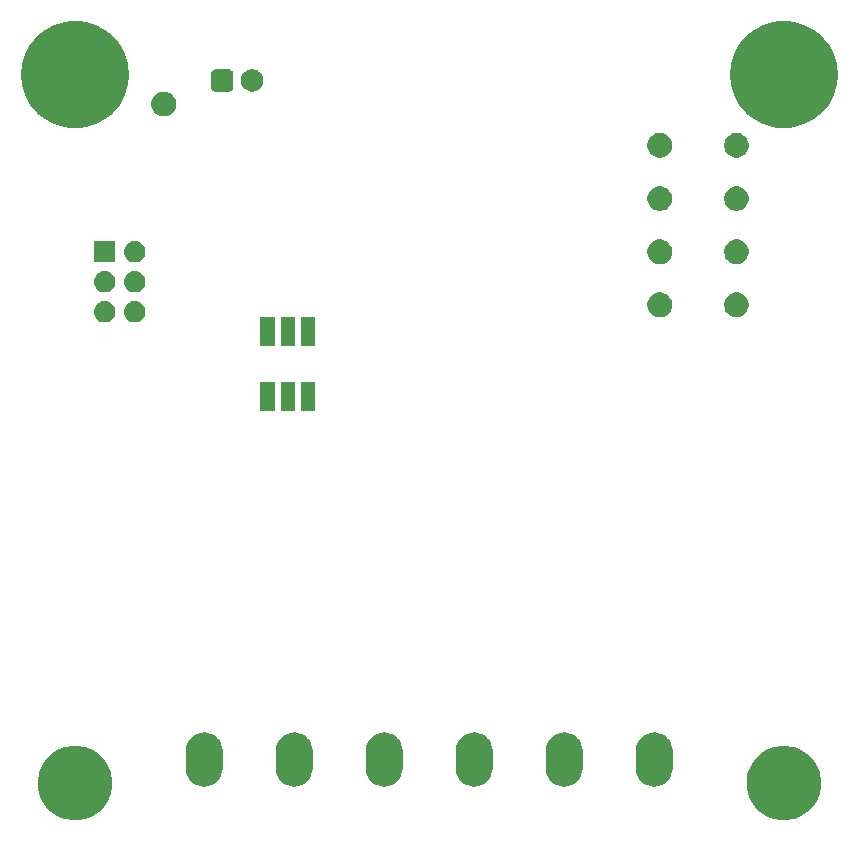
<source format=gbr>
%TF.GenerationSoftware,KiCad,Pcbnew,(5.1.0-rc1)*%
%TF.CreationDate,2020-07-29T19:39:05+03:00*%
%TF.ProjectId,home_pwm,686f6d65-5f70-4776-9d2e-6b696361645f,rev?*%
%TF.SameCoordinates,Original*%
%TF.FileFunction,Soldermask,Top*%
%TF.FilePolarity,Negative*%
%FSLAX46Y46*%
G04 Gerber Fmt 4.6, Leading zero omitted, Abs format (unit mm)*
G04 Created by KiCad (PCBNEW (5.1.0-rc1)) date 2020-07-29 19:39:05*
%MOMM*%
%LPD*%
G04 APERTURE LIST*
%ADD10C,0.100000*%
G04 APERTURE END LIST*
D10*
G36*
X130716191Y-139429727D02*
G01*
X130919113Y-139470091D01*
X131492558Y-139707620D01*
X132008645Y-140052459D01*
X132447541Y-140491355D01*
X132792381Y-141007444D01*
X133029909Y-141580888D01*
X133082726Y-141846414D01*
X133151000Y-142189654D01*
X133151000Y-142810346D01*
X133029909Y-143419113D01*
X132792380Y-143992558D01*
X132447541Y-144508645D01*
X132008645Y-144947541D01*
X131492558Y-145292380D01*
X130919113Y-145529909D01*
X130716191Y-145570273D01*
X130310348Y-145651000D01*
X129689652Y-145651000D01*
X129283809Y-145570273D01*
X129080887Y-145529909D01*
X128507442Y-145292380D01*
X127991355Y-144947541D01*
X127552459Y-144508645D01*
X127207620Y-143992558D01*
X126970091Y-143419113D01*
X126849000Y-142810346D01*
X126849000Y-142189654D01*
X126917275Y-141846414D01*
X126970091Y-141580888D01*
X127207619Y-141007444D01*
X127552459Y-140491355D01*
X127991355Y-140052459D01*
X128507442Y-139707620D01*
X129080887Y-139470091D01*
X129283809Y-139429727D01*
X129689652Y-139349000D01*
X130310348Y-139349000D01*
X130716191Y-139429727D01*
X130716191Y-139429727D01*
G37*
G36*
X70716191Y-139429727D02*
G01*
X70919113Y-139470091D01*
X71492558Y-139707620D01*
X72008645Y-140052459D01*
X72447541Y-140491355D01*
X72792381Y-141007444D01*
X73029909Y-141580888D01*
X73082726Y-141846414D01*
X73151000Y-142189654D01*
X73151000Y-142810346D01*
X73029909Y-143419113D01*
X72792380Y-143992558D01*
X72447541Y-144508645D01*
X72008645Y-144947541D01*
X71492558Y-145292380D01*
X70919113Y-145529909D01*
X70716191Y-145570273D01*
X70310348Y-145651000D01*
X69689652Y-145651000D01*
X69283809Y-145570273D01*
X69080887Y-145529909D01*
X68507442Y-145292380D01*
X67991355Y-144947541D01*
X67552459Y-144508645D01*
X67207620Y-143992558D01*
X66970091Y-143419113D01*
X66849000Y-142810346D01*
X66849000Y-142189654D01*
X66917275Y-141846414D01*
X66970091Y-141580888D01*
X67207619Y-141007444D01*
X67552459Y-140491355D01*
X67991355Y-140052459D01*
X68507442Y-139707620D01*
X69080887Y-139470091D01*
X69283809Y-139429727D01*
X69689652Y-139349000D01*
X70310348Y-139349000D01*
X70716191Y-139429727D01*
X70716191Y-139429727D01*
G37*
G36*
X81254048Y-138221442D02*
G01*
X81546413Y-138310130D01*
X81546415Y-138310131D01*
X81815856Y-138454150D01*
X81815858Y-138454151D01*
X81815857Y-138454151D01*
X82052029Y-138647971D01*
X82139395Y-138754426D01*
X82245850Y-138884142D01*
X82389869Y-139153584D01*
X82389870Y-139153586D01*
X82478558Y-139445951D01*
X82501000Y-139673810D01*
X82501000Y-141326190D01*
X82478558Y-141554049D01*
X82470416Y-141580888D01*
X82389869Y-141846416D01*
X82245850Y-142115858D01*
X82052029Y-142352029D01*
X81815858Y-142545850D01*
X81546416Y-142689869D01*
X81546414Y-142689870D01*
X81254049Y-142778558D01*
X80950000Y-142808504D01*
X80645952Y-142778558D01*
X80353587Y-142689870D01*
X80353585Y-142689869D01*
X80084143Y-142545850D01*
X79847972Y-142352029D01*
X79654151Y-142115858D01*
X79510132Y-141846416D01*
X79429584Y-141580888D01*
X79421442Y-141554049D01*
X79399000Y-141326190D01*
X79399000Y-139673811D01*
X79421442Y-139445952D01*
X79510130Y-139153587D01*
X79654151Y-138884143D01*
X79847971Y-138647971D01*
X79954426Y-138560605D01*
X80084142Y-138454150D01*
X80353584Y-138310131D01*
X80353586Y-138310130D01*
X80645951Y-138221442D01*
X80950000Y-138191496D01*
X81254048Y-138221442D01*
X81254048Y-138221442D01*
G37*
G36*
X88874048Y-138221442D02*
G01*
X89166413Y-138310130D01*
X89166415Y-138310131D01*
X89435856Y-138454150D01*
X89435858Y-138454151D01*
X89435857Y-138454151D01*
X89672029Y-138647971D01*
X89759395Y-138754426D01*
X89865850Y-138884142D01*
X90009869Y-139153584D01*
X90009870Y-139153586D01*
X90098558Y-139445951D01*
X90121000Y-139673810D01*
X90121000Y-141326190D01*
X90098558Y-141554049D01*
X90090416Y-141580888D01*
X90009869Y-141846416D01*
X89865850Y-142115858D01*
X89672029Y-142352029D01*
X89435858Y-142545850D01*
X89166416Y-142689869D01*
X89166414Y-142689870D01*
X88874049Y-142778558D01*
X88570000Y-142808504D01*
X88265952Y-142778558D01*
X87973587Y-142689870D01*
X87973585Y-142689869D01*
X87704143Y-142545850D01*
X87467972Y-142352029D01*
X87274151Y-142115858D01*
X87130132Y-141846416D01*
X87049584Y-141580888D01*
X87041442Y-141554049D01*
X87019000Y-141326190D01*
X87019000Y-139673811D01*
X87041442Y-139445952D01*
X87130130Y-139153587D01*
X87274151Y-138884143D01*
X87467971Y-138647971D01*
X87574426Y-138560605D01*
X87704142Y-138454150D01*
X87973584Y-138310131D01*
X87973586Y-138310130D01*
X88265951Y-138221442D01*
X88570000Y-138191496D01*
X88874048Y-138221442D01*
X88874048Y-138221442D01*
G37*
G36*
X96494048Y-138221442D02*
G01*
X96786413Y-138310130D01*
X96786415Y-138310131D01*
X97055856Y-138454150D01*
X97055858Y-138454151D01*
X97055857Y-138454151D01*
X97292029Y-138647971D01*
X97379395Y-138754426D01*
X97485850Y-138884142D01*
X97629869Y-139153584D01*
X97629870Y-139153586D01*
X97718558Y-139445951D01*
X97741000Y-139673810D01*
X97741000Y-141326190D01*
X97718558Y-141554049D01*
X97710416Y-141580888D01*
X97629869Y-141846416D01*
X97485850Y-142115858D01*
X97292029Y-142352029D01*
X97055858Y-142545850D01*
X96786416Y-142689869D01*
X96786414Y-142689870D01*
X96494049Y-142778558D01*
X96190000Y-142808504D01*
X95885952Y-142778558D01*
X95593587Y-142689870D01*
X95593585Y-142689869D01*
X95324143Y-142545850D01*
X95087972Y-142352029D01*
X94894151Y-142115858D01*
X94750132Y-141846416D01*
X94669584Y-141580888D01*
X94661442Y-141554049D01*
X94639000Y-141326190D01*
X94639000Y-139673811D01*
X94661442Y-139445952D01*
X94750130Y-139153587D01*
X94894151Y-138884143D01*
X95087971Y-138647971D01*
X95194426Y-138560605D01*
X95324142Y-138454150D01*
X95593584Y-138310131D01*
X95593586Y-138310130D01*
X95885951Y-138221442D01*
X96190000Y-138191496D01*
X96494048Y-138221442D01*
X96494048Y-138221442D01*
G37*
G36*
X104114048Y-138221442D02*
G01*
X104406413Y-138310130D01*
X104406415Y-138310131D01*
X104675856Y-138454150D01*
X104675858Y-138454151D01*
X104675857Y-138454151D01*
X104912029Y-138647971D01*
X104999395Y-138754426D01*
X105105850Y-138884142D01*
X105249869Y-139153584D01*
X105249870Y-139153586D01*
X105338558Y-139445951D01*
X105361000Y-139673810D01*
X105361000Y-141326190D01*
X105338558Y-141554049D01*
X105330416Y-141580888D01*
X105249869Y-141846416D01*
X105105850Y-142115858D01*
X104912029Y-142352029D01*
X104675858Y-142545850D01*
X104406416Y-142689869D01*
X104406414Y-142689870D01*
X104114049Y-142778558D01*
X103810000Y-142808504D01*
X103505952Y-142778558D01*
X103213587Y-142689870D01*
X103213585Y-142689869D01*
X102944143Y-142545850D01*
X102707972Y-142352029D01*
X102514151Y-142115858D01*
X102370132Y-141846416D01*
X102289584Y-141580888D01*
X102281442Y-141554049D01*
X102259000Y-141326190D01*
X102259000Y-139673811D01*
X102281442Y-139445952D01*
X102370130Y-139153587D01*
X102514151Y-138884143D01*
X102707971Y-138647971D01*
X102814426Y-138560605D01*
X102944142Y-138454150D01*
X103213584Y-138310131D01*
X103213586Y-138310130D01*
X103505951Y-138221442D01*
X103810000Y-138191496D01*
X104114048Y-138221442D01*
X104114048Y-138221442D01*
G37*
G36*
X111734048Y-138221442D02*
G01*
X112026413Y-138310130D01*
X112026415Y-138310131D01*
X112295856Y-138454150D01*
X112295858Y-138454151D01*
X112295857Y-138454151D01*
X112532029Y-138647971D01*
X112619395Y-138754426D01*
X112725850Y-138884142D01*
X112869869Y-139153584D01*
X112869870Y-139153586D01*
X112958558Y-139445951D01*
X112981000Y-139673810D01*
X112981000Y-141326190D01*
X112958558Y-141554049D01*
X112950416Y-141580888D01*
X112869869Y-141846416D01*
X112725850Y-142115858D01*
X112532029Y-142352029D01*
X112295858Y-142545850D01*
X112026416Y-142689869D01*
X112026414Y-142689870D01*
X111734049Y-142778558D01*
X111430000Y-142808504D01*
X111125952Y-142778558D01*
X110833587Y-142689870D01*
X110833585Y-142689869D01*
X110564143Y-142545850D01*
X110327972Y-142352029D01*
X110134151Y-142115858D01*
X109990132Y-141846416D01*
X109909584Y-141580888D01*
X109901442Y-141554049D01*
X109879000Y-141326190D01*
X109879000Y-139673811D01*
X109901442Y-139445952D01*
X109990130Y-139153587D01*
X110134151Y-138884143D01*
X110327971Y-138647971D01*
X110434426Y-138560605D01*
X110564142Y-138454150D01*
X110833584Y-138310131D01*
X110833586Y-138310130D01*
X111125951Y-138221442D01*
X111430000Y-138191496D01*
X111734048Y-138221442D01*
X111734048Y-138221442D01*
G37*
G36*
X119354048Y-138221442D02*
G01*
X119646413Y-138310130D01*
X119646415Y-138310131D01*
X119915856Y-138454150D01*
X119915858Y-138454151D01*
X119915857Y-138454151D01*
X120152029Y-138647971D01*
X120239395Y-138754426D01*
X120345850Y-138884142D01*
X120489869Y-139153584D01*
X120489870Y-139153586D01*
X120578558Y-139445951D01*
X120601000Y-139673810D01*
X120601000Y-141326190D01*
X120578558Y-141554049D01*
X120570416Y-141580888D01*
X120489869Y-141846416D01*
X120345850Y-142115858D01*
X120152029Y-142352029D01*
X119915858Y-142545850D01*
X119646416Y-142689869D01*
X119646414Y-142689870D01*
X119354049Y-142778558D01*
X119050000Y-142808504D01*
X118745952Y-142778558D01*
X118453587Y-142689870D01*
X118453585Y-142689869D01*
X118184143Y-142545850D01*
X117947972Y-142352029D01*
X117754151Y-142115858D01*
X117610132Y-141846416D01*
X117529584Y-141580888D01*
X117521442Y-141554049D01*
X117499000Y-141326190D01*
X117499000Y-139673811D01*
X117521442Y-139445952D01*
X117610130Y-139153587D01*
X117754151Y-138884143D01*
X117947971Y-138647971D01*
X118054426Y-138560605D01*
X118184142Y-138454150D01*
X118453584Y-138310131D01*
X118453586Y-138310130D01*
X118745951Y-138221442D01*
X119050000Y-138191496D01*
X119354048Y-138221442D01*
X119354048Y-138221442D01*
G37*
G36*
X86901000Y-110951000D02*
G01*
X85699000Y-110951000D01*
X85699000Y-108549000D01*
X86901000Y-108549000D01*
X86901000Y-110951000D01*
X86901000Y-110951000D01*
G37*
G36*
X88601000Y-110951000D02*
G01*
X87399000Y-110951000D01*
X87399000Y-108549000D01*
X88601000Y-108549000D01*
X88601000Y-110951000D01*
X88601000Y-110951000D01*
G37*
G36*
X90301000Y-110951000D02*
G01*
X89099000Y-110951000D01*
X89099000Y-108549000D01*
X90301000Y-108549000D01*
X90301000Y-110951000D01*
X90301000Y-110951000D01*
G37*
G36*
X90301000Y-105451000D02*
G01*
X89099000Y-105451000D01*
X89099000Y-103049000D01*
X90301000Y-103049000D01*
X90301000Y-105451000D01*
X90301000Y-105451000D01*
G37*
G36*
X88601000Y-105451000D02*
G01*
X87399000Y-105451000D01*
X87399000Y-103049000D01*
X88601000Y-103049000D01*
X88601000Y-105451000D01*
X88601000Y-105451000D01*
G37*
G36*
X86901000Y-105451000D02*
G01*
X85699000Y-105451000D01*
X85699000Y-103049000D01*
X86901000Y-103049000D01*
X86901000Y-105451000D01*
X86901000Y-105451000D01*
G37*
G36*
X75219294Y-101678633D02*
G01*
X75391695Y-101730931D01*
X75550583Y-101815858D01*
X75689849Y-101930151D01*
X75804142Y-102069417D01*
X75889069Y-102228305D01*
X75941367Y-102400706D01*
X75959025Y-102580000D01*
X75941367Y-102759294D01*
X75889069Y-102931695D01*
X75804142Y-103090583D01*
X75689849Y-103229849D01*
X75550583Y-103344142D01*
X75391695Y-103429069D01*
X75219294Y-103481367D01*
X75084931Y-103494600D01*
X74995069Y-103494600D01*
X74860706Y-103481367D01*
X74688305Y-103429069D01*
X74529417Y-103344142D01*
X74390151Y-103229849D01*
X74275858Y-103090583D01*
X74190931Y-102931695D01*
X74138633Y-102759294D01*
X74120975Y-102580000D01*
X74138633Y-102400706D01*
X74190931Y-102228305D01*
X74275858Y-102069417D01*
X74390151Y-101930151D01*
X74529417Y-101815858D01*
X74688305Y-101730931D01*
X74860706Y-101678633D01*
X74995069Y-101665400D01*
X75084931Y-101665400D01*
X75219294Y-101678633D01*
X75219294Y-101678633D01*
G37*
G36*
X72679294Y-101678633D02*
G01*
X72851695Y-101730931D01*
X73010583Y-101815858D01*
X73149849Y-101930151D01*
X73264142Y-102069417D01*
X73349069Y-102228305D01*
X73401367Y-102400706D01*
X73419025Y-102580000D01*
X73401367Y-102759294D01*
X73349069Y-102931695D01*
X73264142Y-103090583D01*
X73149849Y-103229849D01*
X73010583Y-103344142D01*
X72851695Y-103429069D01*
X72679294Y-103481367D01*
X72544931Y-103494600D01*
X72455069Y-103494600D01*
X72320706Y-103481367D01*
X72148305Y-103429069D01*
X71989417Y-103344142D01*
X71850151Y-103229849D01*
X71735858Y-103090583D01*
X71650931Y-102931695D01*
X71598633Y-102759294D01*
X71580975Y-102580000D01*
X71598633Y-102400706D01*
X71650931Y-102228305D01*
X71735858Y-102069417D01*
X71850151Y-101930151D01*
X71989417Y-101815858D01*
X72148305Y-101730931D01*
X72320706Y-101678633D01*
X72455069Y-101665400D01*
X72544931Y-101665400D01*
X72679294Y-101678633D01*
X72679294Y-101678633D01*
G37*
G36*
X119806564Y-100989389D02*
G01*
X119997833Y-101068615D01*
X119997835Y-101068616D01*
X120169973Y-101183635D01*
X120316365Y-101330027D01*
X120431385Y-101502167D01*
X120510611Y-101693436D01*
X120551000Y-101896484D01*
X120551000Y-102103516D01*
X120510611Y-102306564D01*
X120431385Y-102497833D01*
X120431384Y-102497835D01*
X120316365Y-102669973D01*
X120169973Y-102816365D01*
X119997835Y-102931384D01*
X119997834Y-102931385D01*
X119997833Y-102931385D01*
X119806564Y-103010611D01*
X119603516Y-103051000D01*
X119396484Y-103051000D01*
X119193436Y-103010611D01*
X119002167Y-102931385D01*
X119002166Y-102931385D01*
X119002165Y-102931384D01*
X118830027Y-102816365D01*
X118683635Y-102669973D01*
X118568616Y-102497835D01*
X118568615Y-102497833D01*
X118489389Y-102306564D01*
X118449000Y-102103516D01*
X118449000Y-101896484D01*
X118489389Y-101693436D01*
X118568615Y-101502167D01*
X118683635Y-101330027D01*
X118830027Y-101183635D01*
X119002165Y-101068616D01*
X119002167Y-101068615D01*
X119193436Y-100989389D01*
X119396484Y-100949000D01*
X119603516Y-100949000D01*
X119806564Y-100989389D01*
X119806564Y-100989389D01*
G37*
G36*
X126306564Y-100989389D02*
G01*
X126497833Y-101068615D01*
X126497835Y-101068616D01*
X126669973Y-101183635D01*
X126816365Y-101330027D01*
X126931385Y-101502167D01*
X127010611Y-101693436D01*
X127051000Y-101896484D01*
X127051000Y-102103516D01*
X127010611Y-102306564D01*
X126931385Y-102497833D01*
X126931384Y-102497835D01*
X126816365Y-102669973D01*
X126669973Y-102816365D01*
X126497835Y-102931384D01*
X126497834Y-102931385D01*
X126497833Y-102931385D01*
X126306564Y-103010611D01*
X126103516Y-103051000D01*
X125896484Y-103051000D01*
X125693436Y-103010611D01*
X125502167Y-102931385D01*
X125502166Y-102931385D01*
X125502165Y-102931384D01*
X125330027Y-102816365D01*
X125183635Y-102669973D01*
X125068616Y-102497835D01*
X125068615Y-102497833D01*
X124989389Y-102306564D01*
X124949000Y-102103516D01*
X124949000Y-101896484D01*
X124989389Y-101693436D01*
X125068615Y-101502167D01*
X125183635Y-101330027D01*
X125330027Y-101183635D01*
X125502165Y-101068616D01*
X125502167Y-101068615D01*
X125693436Y-100989389D01*
X125896484Y-100949000D01*
X126103516Y-100949000D01*
X126306564Y-100989389D01*
X126306564Y-100989389D01*
G37*
G36*
X72679294Y-99138633D02*
G01*
X72851695Y-99190931D01*
X73010583Y-99275858D01*
X73149849Y-99390151D01*
X73264142Y-99529417D01*
X73349069Y-99688305D01*
X73401367Y-99860706D01*
X73419025Y-100040000D01*
X73401367Y-100219294D01*
X73349069Y-100391695D01*
X73264142Y-100550583D01*
X73149849Y-100689849D01*
X73010583Y-100804142D01*
X72851695Y-100889069D01*
X72679294Y-100941367D01*
X72544931Y-100954600D01*
X72455069Y-100954600D01*
X72320706Y-100941367D01*
X72148305Y-100889069D01*
X71989417Y-100804142D01*
X71850151Y-100689849D01*
X71735858Y-100550583D01*
X71650931Y-100391695D01*
X71598633Y-100219294D01*
X71580975Y-100040000D01*
X71598633Y-99860706D01*
X71650931Y-99688305D01*
X71735858Y-99529417D01*
X71850151Y-99390151D01*
X71989417Y-99275858D01*
X72148305Y-99190931D01*
X72320706Y-99138633D01*
X72455069Y-99125400D01*
X72544931Y-99125400D01*
X72679294Y-99138633D01*
X72679294Y-99138633D01*
G37*
G36*
X75219294Y-99138633D02*
G01*
X75391695Y-99190931D01*
X75550583Y-99275858D01*
X75689849Y-99390151D01*
X75804142Y-99529417D01*
X75889069Y-99688305D01*
X75941367Y-99860706D01*
X75959025Y-100040000D01*
X75941367Y-100219294D01*
X75889069Y-100391695D01*
X75804142Y-100550583D01*
X75689849Y-100689849D01*
X75550583Y-100804142D01*
X75391695Y-100889069D01*
X75219294Y-100941367D01*
X75084931Y-100954600D01*
X74995069Y-100954600D01*
X74860706Y-100941367D01*
X74688305Y-100889069D01*
X74529417Y-100804142D01*
X74390151Y-100689849D01*
X74275858Y-100550583D01*
X74190931Y-100391695D01*
X74138633Y-100219294D01*
X74120975Y-100040000D01*
X74138633Y-99860706D01*
X74190931Y-99688305D01*
X74275858Y-99529417D01*
X74390151Y-99390151D01*
X74529417Y-99275858D01*
X74688305Y-99190931D01*
X74860706Y-99138633D01*
X74995069Y-99125400D01*
X75084931Y-99125400D01*
X75219294Y-99138633D01*
X75219294Y-99138633D01*
G37*
G36*
X126306564Y-96489389D02*
G01*
X126497833Y-96568615D01*
X126497835Y-96568616D01*
X126669973Y-96683635D01*
X126816365Y-96830027D01*
X126931385Y-97002167D01*
X127010611Y-97193436D01*
X127051000Y-97396484D01*
X127051000Y-97603516D01*
X127010611Y-97806564D01*
X126931385Y-97997833D01*
X126931384Y-97997835D01*
X126816365Y-98169973D01*
X126669973Y-98316365D01*
X126497835Y-98431384D01*
X126497834Y-98431385D01*
X126497833Y-98431385D01*
X126306564Y-98510611D01*
X126103516Y-98551000D01*
X125896484Y-98551000D01*
X125693436Y-98510611D01*
X125502167Y-98431385D01*
X125502166Y-98431385D01*
X125502165Y-98431384D01*
X125330027Y-98316365D01*
X125183635Y-98169973D01*
X125068616Y-97997835D01*
X125068615Y-97997833D01*
X124989389Y-97806564D01*
X124949000Y-97603516D01*
X124949000Y-97396484D01*
X124989389Y-97193436D01*
X125068615Y-97002167D01*
X125183635Y-96830027D01*
X125330027Y-96683635D01*
X125502165Y-96568616D01*
X125502167Y-96568615D01*
X125693436Y-96489389D01*
X125896484Y-96449000D01*
X126103516Y-96449000D01*
X126306564Y-96489389D01*
X126306564Y-96489389D01*
G37*
G36*
X119806564Y-96489389D02*
G01*
X119997833Y-96568615D01*
X119997835Y-96568616D01*
X120169973Y-96683635D01*
X120316365Y-96830027D01*
X120431385Y-97002167D01*
X120510611Y-97193436D01*
X120551000Y-97396484D01*
X120551000Y-97603516D01*
X120510611Y-97806564D01*
X120431385Y-97997833D01*
X120431384Y-97997835D01*
X120316365Y-98169973D01*
X120169973Y-98316365D01*
X119997835Y-98431384D01*
X119997834Y-98431385D01*
X119997833Y-98431385D01*
X119806564Y-98510611D01*
X119603516Y-98551000D01*
X119396484Y-98551000D01*
X119193436Y-98510611D01*
X119002167Y-98431385D01*
X119002166Y-98431385D01*
X119002165Y-98431384D01*
X118830027Y-98316365D01*
X118683635Y-98169973D01*
X118568616Y-97997835D01*
X118568615Y-97997833D01*
X118489389Y-97806564D01*
X118449000Y-97603516D01*
X118449000Y-97396484D01*
X118489389Y-97193436D01*
X118568615Y-97002167D01*
X118683635Y-96830027D01*
X118830027Y-96683635D01*
X119002165Y-96568616D01*
X119002167Y-96568615D01*
X119193436Y-96489389D01*
X119396484Y-96449000D01*
X119603516Y-96449000D01*
X119806564Y-96489389D01*
X119806564Y-96489389D01*
G37*
G36*
X75219294Y-96598633D02*
G01*
X75391695Y-96650931D01*
X75550583Y-96735858D01*
X75689849Y-96850151D01*
X75804142Y-96989417D01*
X75889069Y-97148305D01*
X75941367Y-97320706D01*
X75959025Y-97500000D01*
X75941367Y-97679294D01*
X75889069Y-97851695D01*
X75804142Y-98010583D01*
X75689849Y-98149849D01*
X75550583Y-98264142D01*
X75391695Y-98349069D01*
X75219294Y-98401367D01*
X75084931Y-98414600D01*
X74995069Y-98414600D01*
X74860706Y-98401367D01*
X74688305Y-98349069D01*
X74529417Y-98264142D01*
X74390151Y-98149849D01*
X74275858Y-98010583D01*
X74190931Y-97851695D01*
X74138633Y-97679294D01*
X74120975Y-97500000D01*
X74138633Y-97320706D01*
X74190931Y-97148305D01*
X74275858Y-96989417D01*
X74390151Y-96850151D01*
X74529417Y-96735858D01*
X74688305Y-96650931D01*
X74860706Y-96598633D01*
X74995069Y-96585400D01*
X75084931Y-96585400D01*
X75219294Y-96598633D01*
X75219294Y-96598633D01*
G37*
G36*
X73414600Y-98414600D02*
G01*
X71585400Y-98414600D01*
X71585400Y-96585400D01*
X73414600Y-96585400D01*
X73414600Y-98414600D01*
X73414600Y-98414600D01*
G37*
G36*
X126306564Y-91989389D02*
G01*
X126497833Y-92068615D01*
X126497835Y-92068616D01*
X126669973Y-92183635D01*
X126816365Y-92330027D01*
X126931385Y-92502167D01*
X127010611Y-92693436D01*
X127051000Y-92896484D01*
X127051000Y-93103516D01*
X127010611Y-93306564D01*
X126931385Y-93497833D01*
X126931384Y-93497835D01*
X126816365Y-93669973D01*
X126669973Y-93816365D01*
X126497835Y-93931384D01*
X126497834Y-93931385D01*
X126497833Y-93931385D01*
X126306564Y-94010611D01*
X126103516Y-94051000D01*
X125896484Y-94051000D01*
X125693436Y-94010611D01*
X125502167Y-93931385D01*
X125502166Y-93931385D01*
X125502165Y-93931384D01*
X125330027Y-93816365D01*
X125183635Y-93669973D01*
X125068616Y-93497835D01*
X125068615Y-93497833D01*
X124989389Y-93306564D01*
X124949000Y-93103516D01*
X124949000Y-92896484D01*
X124989389Y-92693436D01*
X125068615Y-92502167D01*
X125183635Y-92330027D01*
X125330027Y-92183635D01*
X125502165Y-92068616D01*
X125502167Y-92068615D01*
X125693436Y-91989389D01*
X125896484Y-91949000D01*
X126103516Y-91949000D01*
X126306564Y-91989389D01*
X126306564Y-91989389D01*
G37*
G36*
X119806564Y-91989389D02*
G01*
X119997833Y-92068615D01*
X119997835Y-92068616D01*
X120169973Y-92183635D01*
X120316365Y-92330027D01*
X120431385Y-92502167D01*
X120510611Y-92693436D01*
X120551000Y-92896484D01*
X120551000Y-93103516D01*
X120510611Y-93306564D01*
X120431385Y-93497833D01*
X120431384Y-93497835D01*
X120316365Y-93669973D01*
X120169973Y-93816365D01*
X119997835Y-93931384D01*
X119997834Y-93931385D01*
X119997833Y-93931385D01*
X119806564Y-94010611D01*
X119603516Y-94051000D01*
X119396484Y-94051000D01*
X119193436Y-94010611D01*
X119002167Y-93931385D01*
X119002166Y-93931385D01*
X119002165Y-93931384D01*
X118830027Y-93816365D01*
X118683635Y-93669973D01*
X118568616Y-93497835D01*
X118568615Y-93497833D01*
X118489389Y-93306564D01*
X118449000Y-93103516D01*
X118449000Y-92896484D01*
X118489389Y-92693436D01*
X118568615Y-92502167D01*
X118683635Y-92330027D01*
X118830027Y-92183635D01*
X119002165Y-92068616D01*
X119002167Y-92068615D01*
X119193436Y-91989389D01*
X119396484Y-91949000D01*
X119603516Y-91949000D01*
X119806564Y-91989389D01*
X119806564Y-91989389D01*
G37*
G36*
X126306564Y-87489389D02*
G01*
X126497833Y-87568615D01*
X126497835Y-87568616D01*
X126669973Y-87683635D01*
X126816365Y-87830027D01*
X126931385Y-88002167D01*
X127010611Y-88193436D01*
X127051000Y-88396484D01*
X127051000Y-88603516D01*
X127010611Y-88806564D01*
X126931385Y-88997833D01*
X126931384Y-88997835D01*
X126816365Y-89169973D01*
X126669973Y-89316365D01*
X126497835Y-89431384D01*
X126497834Y-89431385D01*
X126497833Y-89431385D01*
X126306564Y-89510611D01*
X126103516Y-89551000D01*
X125896484Y-89551000D01*
X125693436Y-89510611D01*
X125502167Y-89431385D01*
X125502166Y-89431385D01*
X125502165Y-89431384D01*
X125330027Y-89316365D01*
X125183635Y-89169973D01*
X125068616Y-88997835D01*
X125068615Y-88997833D01*
X124989389Y-88806564D01*
X124949000Y-88603516D01*
X124949000Y-88396484D01*
X124989389Y-88193436D01*
X125068615Y-88002167D01*
X125183635Y-87830027D01*
X125330027Y-87683635D01*
X125502165Y-87568616D01*
X125502167Y-87568615D01*
X125693436Y-87489389D01*
X125896484Y-87449000D01*
X126103516Y-87449000D01*
X126306564Y-87489389D01*
X126306564Y-87489389D01*
G37*
G36*
X119806564Y-87489389D02*
G01*
X119997833Y-87568615D01*
X119997835Y-87568616D01*
X120169973Y-87683635D01*
X120316365Y-87830027D01*
X120431385Y-88002167D01*
X120510611Y-88193436D01*
X120551000Y-88396484D01*
X120551000Y-88603516D01*
X120510611Y-88806564D01*
X120431385Y-88997833D01*
X120431384Y-88997835D01*
X120316365Y-89169973D01*
X120169973Y-89316365D01*
X119997835Y-89431384D01*
X119997834Y-89431385D01*
X119997833Y-89431385D01*
X119806564Y-89510611D01*
X119603516Y-89551000D01*
X119396484Y-89551000D01*
X119193436Y-89510611D01*
X119002167Y-89431385D01*
X119002166Y-89431385D01*
X119002165Y-89431384D01*
X118830027Y-89316365D01*
X118683635Y-89169973D01*
X118568616Y-88997835D01*
X118568615Y-88997833D01*
X118489389Y-88806564D01*
X118449000Y-88603516D01*
X118449000Y-88396484D01*
X118489389Y-88193436D01*
X118568615Y-88002167D01*
X118683635Y-87830027D01*
X118830027Y-87683635D01*
X119002165Y-87568616D01*
X119002167Y-87568615D01*
X119193436Y-87489389D01*
X119396484Y-87449000D01*
X119603516Y-87449000D01*
X119806564Y-87489389D01*
X119806564Y-87489389D01*
G37*
G36*
X130446433Y-77970950D02*
G01*
X130892152Y-78014849D01*
X131750019Y-78275080D01*
X131750022Y-78275081D01*
X132540630Y-78697670D01*
X132540633Y-78697672D01*
X132540634Y-78697673D01*
X133233613Y-79266387D01*
X133680994Y-79811521D01*
X133802330Y-79959370D01*
X134224919Y-80749978D01*
X134224920Y-80749981D01*
X134485151Y-81607848D01*
X134573020Y-82500000D01*
X134485151Y-83392152D01*
X134326712Y-83914454D01*
X134224919Y-84250022D01*
X133802330Y-85040630D01*
X133802328Y-85040633D01*
X133802327Y-85040634D01*
X133233613Y-85733613D01*
X133016396Y-85911879D01*
X132540630Y-86302330D01*
X131750022Y-86724919D01*
X131750019Y-86724920D01*
X130892152Y-86985151D01*
X130446433Y-87029050D01*
X130223575Y-87051000D01*
X129776425Y-87051000D01*
X129553567Y-87029050D01*
X129107848Y-86985151D01*
X128249981Y-86724920D01*
X128249978Y-86724919D01*
X127459370Y-86302330D01*
X126983605Y-85911879D01*
X126766387Y-85733613D01*
X126197673Y-85040634D01*
X126197672Y-85040633D01*
X126197670Y-85040630D01*
X125775081Y-84250022D01*
X125673288Y-83914454D01*
X125514849Y-83392152D01*
X125426980Y-82500000D01*
X125514849Y-81607848D01*
X125775080Y-80749981D01*
X125775081Y-80749978D01*
X126197670Y-79959370D01*
X126319007Y-79811521D01*
X126766387Y-79266387D01*
X127459366Y-78697673D01*
X127459367Y-78697672D01*
X127459370Y-78697670D01*
X128249978Y-78275081D01*
X128249981Y-78275080D01*
X129107848Y-78014849D01*
X129553567Y-77970950D01*
X129776425Y-77949000D01*
X130223575Y-77949000D01*
X130446433Y-77970950D01*
X130446433Y-77970950D01*
G37*
G36*
X70446433Y-77970950D02*
G01*
X70892152Y-78014849D01*
X71750019Y-78275080D01*
X71750022Y-78275081D01*
X72540630Y-78697670D01*
X72540633Y-78697672D01*
X72540634Y-78697673D01*
X73233613Y-79266387D01*
X73680994Y-79811521D01*
X73802330Y-79959370D01*
X74224919Y-80749978D01*
X74224920Y-80749981D01*
X74485151Y-81607848D01*
X74573020Y-82500000D01*
X74485151Y-83392152D01*
X74326712Y-83914454D01*
X74224919Y-84250022D01*
X73802330Y-85040630D01*
X73802328Y-85040633D01*
X73802327Y-85040634D01*
X73233613Y-85733613D01*
X73016396Y-85911879D01*
X72540630Y-86302330D01*
X71750022Y-86724919D01*
X71750019Y-86724920D01*
X70892152Y-86985151D01*
X70446433Y-87029050D01*
X70223575Y-87051000D01*
X69776425Y-87051000D01*
X69553567Y-87029050D01*
X69107848Y-86985151D01*
X68249981Y-86724920D01*
X68249978Y-86724919D01*
X67459370Y-86302330D01*
X66983605Y-85911879D01*
X66766387Y-85733613D01*
X66197673Y-85040634D01*
X66197672Y-85040633D01*
X66197670Y-85040630D01*
X65775081Y-84250022D01*
X65673288Y-83914454D01*
X65514849Y-83392152D01*
X65426980Y-82500000D01*
X65514849Y-81607848D01*
X65775080Y-80749981D01*
X65775081Y-80749978D01*
X66197670Y-79959370D01*
X66319007Y-79811521D01*
X66766387Y-79266387D01*
X67459366Y-78697673D01*
X67459367Y-78697672D01*
X67459370Y-78697670D01*
X68249978Y-78275081D01*
X68249981Y-78275080D01*
X69107848Y-78014849D01*
X69553567Y-77970950D01*
X69776425Y-77949000D01*
X70223575Y-77949000D01*
X70446433Y-77970950D01*
X70446433Y-77970950D01*
G37*
G36*
X77806564Y-83989389D02*
G01*
X77997833Y-84068615D01*
X77997835Y-84068616D01*
X78169973Y-84183635D01*
X78316365Y-84330027D01*
X78431385Y-84502167D01*
X78510611Y-84693436D01*
X78551000Y-84896484D01*
X78551000Y-85103516D01*
X78510611Y-85306564D01*
X78435408Y-85488121D01*
X78431384Y-85497835D01*
X78316365Y-85669973D01*
X78169973Y-85816365D01*
X77997835Y-85931384D01*
X77997834Y-85931385D01*
X77997833Y-85931385D01*
X77806564Y-86010611D01*
X77603516Y-86051000D01*
X77396484Y-86051000D01*
X77193436Y-86010611D01*
X77002167Y-85931385D01*
X77002166Y-85931385D01*
X77002165Y-85931384D01*
X76830027Y-85816365D01*
X76683635Y-85669973D01*
X76568616Y-85497835D01*
X76564592Y-85488121D01*
X76489389Y-85306564D01*
X76449000Y-85103516D01*
X76449000Y-84896484D01*
X76489389Y-84693436D01*
X76568615Y-84502167D01*
X76683635Y-84330027D01*
X76830027Y-84183635D01*
X77002165Y-84068616D01*
X77002167Y-84068615D01*
X77193436Y-83989389D01*
X77396484Y-83949000D01*
X77603516Y-83949000D01*
X77806564Y-83989389D01*
X77806564Y-83989389D01*
G37*
G36*
X83078455Y-82057528D02*
G01*
X83155812Y-82080995D01*
X83227117Y-82119108D01*
X83289608Y-82170392D01*
X83340892Y-82232883D01*
X83379005Y-82304188D01*
X83402472Y-82381545D01*
X83411000Y-82468140D01*
X83411000Y-83531860D01*
X83402472Y-83618455D01*
X83379005Y-83695812D01*
X83340892Y-83767117D01*
X83289608Y-83829608D01*
X83227117Y-83880892D01*
X83155812Y-83919005D01*
X83078455Y-83942472D01*
X82991860Y-83951000D01*
X81928140Y-83951000D01*
X81841545Y-83942472D01*
X81764188Y-83919005D01*
X81692883Y-83880892D01*
X81630392Y-83829608D01*
X81579108Y-83767117D01*
X81540995Y-83695812D01*
X81517528Y-83618455D01*
X81509000Y-83531860D01*
X81509000Y-82468140D01*
X81517528Y-82381545D01*
X81540995Y-82304188D01*
X81579108Y-82232883D01*
X81630392Y-82170392D01*
X81692883Y-82119108D01*
X81764188Y-82080995D01*
X81841545Y-82057528D01*
X81928140Y-82049000D01*
X82991860Y-82049000D01*
X83078455Y-82057528D01*
X83078455Y-82057528D01*
G37*
G36*
X85277395Y-82085546D02*
G01*
X85450466Y-82157234D01*
X85527818Y-82208919D01*
X85606227Y-82261310D01*
X85738690Y-82393773D01*
X85738691Y-82393775D01*
X85842766Y-82549534D01*
X85914454Y-82722605D01*
X85951000Y-82906333D01*
X85951000Y-83093667D01*
X85914454Y-83277395D01*
X85842766Y-83450466D01*
X85842765Y-83450467D01*
X85738690Y-83606227D01*
X85606227Y-83738690D01*
X85604754Y-83739674D01*
X85450466Y-83842766D01*
X85277395Y-83914454D01*
X85093667Y-83951000D01*
X84906333Y-83951000D01*
X84722605Y-83914454D01*
X84549534Y-83842766D01*
X84395246Y-83739674D01*
X84393773Y-83738690D01*
X84261310Y-83606227D01*
X84157235Y-83450467D01*
X84157234Y-83450466D01*
X84085546Y-83277395D01*
X84049000Y-83093667D01*
X84049000Y-82906333D01*
X84085546Y-82722605D01*
X84157234Y-82549534D01*
X84261309Y-82393775D01*
X84261310Y-82393773D01*
X84393773Y-82261310D01*
X84472182Y-82208919D01*
X84549534Y-82157234D01*
X84722605Y-82085546D01*
X84906333Y-82049000D01*
X85093667Y-82049000D01*
X85277395Y-82085546D01*
X85277395Y-82085546D01*
G37*
M02*

</source>
